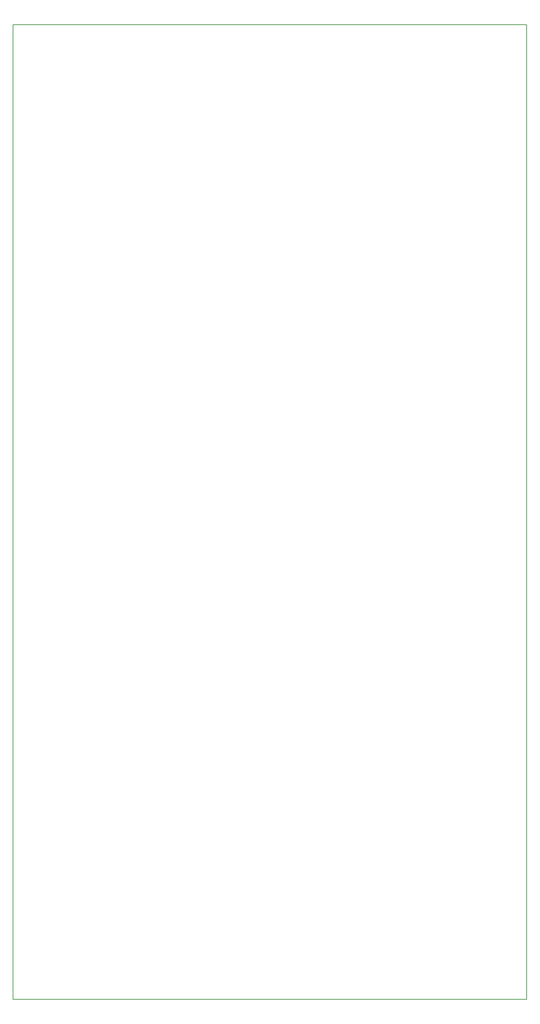
<source format=gbr>
G04 DipTrace 2.4.0.2*
%INBoardOutline.gbr*%
%MOMM*%
%ADD11C,0.14*%
%FSLAX53Y53*%
G04*
G71*
G90*
G75*
G01*
%LNBoardOutline*%
%LPD*%
X3333Y212000D2*
D11*
Y-28733D1*
X130333D1*
Y212000D1*
X3333D1*
M02*

</source>
